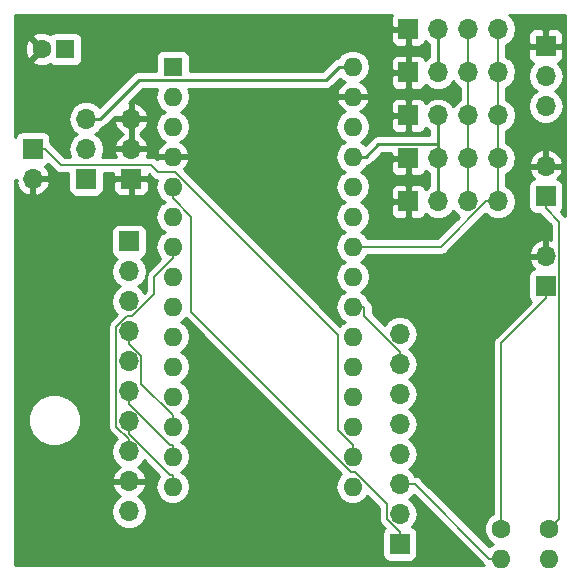
<source format=gbr>
%TF.GenerationSoftware,KiCad,Pcbnew,(5.0.1-3-g963ef8bb5)*%
%TF.CreationDate,2019-05-01T13:09:07-04:00*%
%TF.ProjectId,VHSBase,564853426173652E6B696361645F7063,rev?*%
%TF.SameCoordinates,Original*%
%TF.FileFunction,Copper,L1,Top,Signal*%
%TF.FilePolarity,Positive*%
%FSLAX46Y46*%
G04 Gerber Fmt 4.6, Leading zero omitted, Abs format (unit mm)*
G04 Created by KiCad (PCBNEW (5.0.1-3-g963ef8bb5)) date Wednesday, May 01, 2019 at 01:09:07 pm*
%MOMM*%
%LPD*%
G01*
G04 APERTURE LIST*
%ADD10O,1.600000X1.600000*%
%ADD11R,1.600000X1.600000*%
%ADD12O,1.700000X1.700000*%
%ADD13R,1.700000X1.700000*%
%ADD14C,1.600000*%
%ADD15C,0.127000*%
%ADD16C,0.250000*%
%ADD17C,0.254000*%
G04 APERTURE END LIST*
D10*
X116215000Y-99255000D03*
X100975000Y-99255000D03*
X116215000Y-63695000D03*
X100975000Y-96715000D03*
X116215000Y-66235000D03*
X100975000Y-94175000D03*
X116215000Y-68775000D03*
X100975000Y-91635000D03*
X116215000Y-71315000D03*
X100975000Y-89095000D03*
X116215000Y-73855000D03*
X100975000Y-86555000D03*
X116215000Y-76395000D03*
X100975000Y-84015000D03*
X116215000Y-78935000D03*
X100975000Y-81475000D03*
X116215000Y-81475000D03*
X100975000Y-78935000D03*
X116215000Y-84015000D03*
X100975000Y-76395000D03*
X116215000Y-86555000D03*
X100975000Y-73855000D03*
X116215000Y-89095000D03*
X100975000Y-71315000D03*
X116215000Y-91635000D03*
X100975000Y-68775000D03*
X116215000Y-94175000D03*
X100975000Y-66235000D03*
X116215000Y-96715000D03*
D11*
X100975000Y-63695000D03*
D12*
X97282000Y-101346000D03*
X97282000Y-98806000D03*
X97282000Y-96266000D03*
X97282000Y-93726000D03*
X97282000Y-91186000D03*
X97282000Y-88646000D03*
X97282000Y-86106000D03*
X97282000Y-83566000D03*
X97282000Y-81026000D03*
D13*
X97282000Y-78486000D03*
D12*
X93646000Y-68116000D03*
X93646000Y-70656000D03*
D13*
X93646000Y-73196000D03*
D12*
X97456000Y-68116000D03*
X97456000Y-70656000D03*
D13*
X97456000Y-73196000D03*
D12*
X132558000Y-72104000D03*
D13*
X132558000Y-74644000D03*
X132558000Y-82264000D03*
D12*
X132558000Y-79724000D03*
D10*
X132844000Y-105348000D03*
D14*
X132844000Y-102808000D03*
X128780000Y-102808000D03*
D10*
X128780000Y-105348000D03*
D12*
X89136000Y-73178000D03*
D13*
X89136000Y-70638000D03*
D14*
X89886000Y-62198000D03*
D11*
X91886000Y-62198000D03*
D12*
X128541000Y-75105000D03*
X126001000Y-75105000D03*
X123461000Y-75105000D03*
D13*
X120921000Y-75105000D03*
D12*
X128541000Y-71455000D03*
X126001000Y-71455000D03*
X123461000Y-71455000D03*
D13*
X120921000Y-71455000D03*
X120921000Y-67805000D03*
D12*
X123461000Y-67805000D03*
X126001000Y-67805000D03*
X128541000Y-67805000D03*
X120200000Y-86320000D03*
X120200000Y-88860000D03*
X120200000Y-91400000D03*
X120200000Y-93940000D03*
X120200000Y-96480000D03*
X120200000Y-99020000D03*
X120200000Y-101560000D03*
D13*
X120200000Y-104100000D03*
D12*
X128541000Y-64155000D03*
X126001000Y-64155000D03*
X123461000Y-64155000D03*
D13*
X120921000Y-64155000D03*
X120921000Y-60505000D03*
D12*
X123461000Y-60505000D03*
X126001000Y-60505000D03*
X128541000Y-60505000D03*
X132558000Y-67024000D03*
X132558000Y-64484000D03*
D13*
X132558000Y-61944000D03*
D15*
X100975000Y-99255000D02*
X100975000Y-98264200D01*
X97282000Y-93726000D02*
X97282000Y-94766800D01*
X97282000Y-94766800D02*
X100779400Y-98264200D01*
X100779400Y-98264200D02*
X100975000Y-98264200D01*
D16*
X116215000Y-63695000D02*
X115089700Y-63695000D01*
X93646000Y-68116000D02*
X94821300Y-68116000D01*
X94821300Y-68116000D02*
X98117000Y-64820300D01*
X98117000Y-64820300D02*
X113964400Y-64820300D01*
X113964400Y-64820300D02*
X115089700Y-63695000D01*
D15*
X100975000Y-96715000D02*
X100975000Y-95724200D01*
X97282000Y-91186000D02*
X97282000Y-92226800D01*
X97282000Y-92226800D02*
X100779400Y-95724200D01*
X100779400Y-95724200D02*
X100975000Y-95724200D01*
X100975000Y-94175000D02*
X100975000Y-93184200D01*
X97282000Y-86106000D02*
X97282000Y-87146800D01*
X97282000Y-87146800D02*
X98322800Y-88187600D01*
X98322800Y-88187600D02*
X98322800Y-90532000D01*
X98322800Y-90532000D02*
X100975000Y-93184200D01*
D16*
X123461000Y-70261900D02*
X123461000Y-71455000D01*
X123461000Y-67805000D02*
X123461000Y-70261900D01*
X123461000Y-70261900D02*
X118393400Y-70261900D01*
X118393400Y-70261900D02*
X117340300Y-71315000D01*
X116215000Y-71315000D02*
X117340300Y-71315000D01*
X123461000Y-71455000D02*
X123461000Y-75105000D01*
X123461000Y-60505000D02*
X123461000Y-64155000D01*
D15*
X128780000Y-105348000D02*
X127789200Y-105348000D01*
X120200000Y-99020000D02*
X121461200Y-99020000D01*
X121461200Y-99020000D02*
X127789200Y-105348000D01*
X128541000Y-75105000D02*
X127500200Y-75105000D01*
X127500200Y-75105000D02*
X123670200Y-78935000D01*
X123670200Y-78935000D02*
X116215000Y-78935000D01*
X128541000Y-71455000D02*
X128541000Y-75105000D01*
X128541000Y-67805000D02*
X128541000Y-71455000D01*
X128541000Y-64155000D02*
X128541000Y-67805000D01*
X128541000Y-60505000D02*
X128541000Y-64155000D01*
X126001000Y-71455000D02*
X126001000Y-75105000D01*
X126001000Y-67805000D02*
X126001000Y-71455000D01*
X126001000Y-64155000D02*
X126001000Y-67805000D01*
X126001000Y-60505000D02*
X126001000Y-64155000D01*
X100975000Y-78935000D02*
X100975000Y-79925800D01*
X97282000Y-96266000D02*
X97282000Y-95225200D01*
X97282000Y-95225200D02*
X96222700Y-94165900D01*
X96222700Y-94165900D02*
X96222700Y-85691600D01*
X96222700Y-85691600D02*
X97078300Y-84836000D01*
X97078300Y-84836000D02*
X97545000Y-84836000D01*
X97545000Y-84836000D02*
X99425900Y-82955100D01*
X99425900Y-82955100D02*
X99425900Y-81474900D01*
X99425900Y-81474900D02*
X100975000Y-79925800D01*
X116215000Y-84015000D02*
X117205800Y-84015000D01*
X120200000Y-88860000D02*
X120200000Y-87819200D01*
X120200000Y-87819200D02*
X117205800Y-84825000D01*
X117205800Y-84825000D02*
X117205800Y-84015000D01*
X100975000Y-73855000D02*
X100975000Y-74845800D01*
X120200000Y-104100000D02*
X120200000Y-103059200D01*
X120200000Y-103059200D02*
X119159200Y-102018400D01*
X119159200Y-102018400D02*
X119159200Y-100750300D01*
X119159200Y-100750300D02*
X116393900Y-97985000D01*
X116393900Y-97985000D02*
X116041600Y-97985000D01*
X116041600Y-97985000D02*
X102524100Y-84467500D01*
X102524100Y-84467500D02*
X102524100Y-76394900D01*
X102524100Y-76394900D02*
X100975000Y-74845800D01*
X132558000Y-74644000D02*
X132558000Y-75684800D01*
X132844000Y-102808000D02*
X133704500Y-101947500D01*
X133704500Y-101947500D02*
X133704500Y-76831300D01*
X133704500Y-76831300D02*
X132558000Y-75684800D01*
X132558000Y-82264000D02*
X132558000Y-83304800D01*
X128780000Y-102808000D02*
X128780000Y-87082800D01*
X128780000Y-87082800D02*
X132558000Y-83304800D01*
X116215000Y-96715000D02*
X116215000Y-95724200D01*
X89136000Y-70638000D02*
X90176800Y-70638000D01*
X90176800Y-70638000D02*
X91554800Y-72016000D01*
X91554800Y-72016000D02*
X99151900Y-72016000D01*
X99151900Y-72016000D02*
X99772500Y-72636600D01*
X99772500Y-72636600D02*
X101157900Y-72636600D01*
X101157900Y-72636600D02*
X114949600Y-86428300D01*
X114949600Y-86428300D02*
X114949600Y-94458800D01*
X114949600Y-94458800D02*
X116215000Y-95724200D01*
D17*
G36*
X91012241Y-72461269D02*
X91051210Y-72519590D01*
X91282259Y-72673972D01*
X91486006Y-72714500D01*
X91486010Y-72714500D01*
X91554799Y-72728183D01*
X91623588Y-72714500D01*
X92148560Y-72714500D01*
X92148560Y-74046000D01*
X92197843Y-74293765D01*
X92338191Y-74503809D01*
X92548235Y-74644157D01*
X92796000Y-74693440D01*
X94496000Y-74693440D01*
X94743765Y-74644157D01*
X94953809Y-74503809D01*
X95094157Y-74293765D01*
X95143440Y-74046000D01*
X95143440Y-73481750D01*
X95971000Y-73481750D01*
X95971000Y-74172310D01*
X96067673Y-74405699D01*
X96246302Y-74584327D01*
X96479691Y-74681000D01*
X97170250Y-74681000D01*
X97329000Y-74522250D01*
X97329000Y-73323000D01*
X97583000Y-73323000D01*
X97583000Y-74522250D01*
X97741750Y-74681000D01*
X98432309Y-74681000D01*
X98665698Y-74584327D01*
X98844327Y-74405699D01*
X98941000Y-74172310D01*
X98941000Y-73481750D01*
X98782250Y-73323000D01*
X97583000Y-73323000D01*
X97329000Y-73323000D01*
X96129750Y-73323000D01*
X95971000Y-73481750D01*
X95143440Y-73481750D01*
X95143440Y-72714500D01*
X95971000Y-72714500D01*
X95971000Y-72910250D01*
X96129750Y-73069000D01*
X97329000Y-73069000D01*
X97329000Y-73049000D01*
X97583000Y-73049000D01*
X97583000Y-73069000D01*
X98782250Y-73069000D01*
X98941000Y-72910250D01*
X98941000Y-72792927D01*
X99229941Y-73081869D01*
X99268910Y-73140190D01*
X99499959Y-73294572D01*
X99618666Y-73318184D01*
X99511887Y-73855000D01*
X99623260Y-74414909D01*
X99940423Y-74889577D01*
X100292758Y-75125000D01*
X99940423Y-75360423D01*
X99623260Y-75835091D01*
X99511887Y-76395000D01*
X99623260Y-76954909D01*
X99940423Y-77429577D01*
X100292758Y-77665000D01*
X99940423Y-77900423D01*
X99623260Y-78375091D01*
X99511887Y-78935000D01*
X99623260Y-79494909D01*
X99940423Y-79969577D01*
X99942205Y-79970768D01*
X98980631Y-80932342D01*
X98922311Y-80971310D01*
X98883342Y-81029631D01*
X98767928Y-81202360D01*
X98713717Y-81474900D01*
X98727401Y-81543694D01*
X98727400Y-82665772D01*
X98570990Y-82822182D01*
X98352625Y-82495375D01*
X98054239Y-82296000D01*
X98352625Y-82096625D01*
X98680839Y-81605418D01*
X98796092Y-81026000D01*
X98680839Y-80446582D01*
X98352625Y-79955375D01*
X98334381Y-79943184D01*
X98379765Y-79934157D01*
X98589809Y-79793809D01*
X98730157Y-79583765D01*
X98779440Y-79336000D01*
X98779440Y-77636000D01*
X98730157Y-77388235D01*
X98589809Y-77178191D01*
X98379765Y-77037843D01*
X98132000Y-76988560D01*
X96432000Y-76988560D01*
X96184235Y-77037843D01*
X95974191Y-77178191D01*
X95833843Y-77388235D01*
X95784560Y-77636000D01*
X95784560Y-79336000D01*
X95833843Y-79583765D01*
X95974191Y-79793809D01*
X96184235Y-79934157D01*
X96229619Y-79943184D01*
X96211375Y-79955375D01*
X95883161Y-80446582D01*
X95767908Y-81026000D01*
X95883161Y-81605418D01*
X96211375Y-82096625D01*
X96509761Y-82296000D01*
X96211375Y-82495375D01*
X95883161Y-82986582D01*
X95767908Y-83566000D01*
X95883161Y-84145418D01*
X96211375Y-84636625D01*
X96258416Y-84668057D01*
X95777431Y-85149042D01*
X95719111Y-85188010D01*
X95680142Y-85246331D01*
X95564728Y-85419060D01*
X95510517Y-85691600D01*
X95524201Y-85760395D01*
X95524200Y-94097110D01*
X95510517Y-94165900D01*
X95524200Y-94234690D01*
X95524200Y-94234693D01*
X95564728Y-94438440D01*
X95719110Y-94669489D01*
X95777431Y-94708458D01*
X96243130Y-95174157D01*
X96211375Y-95195375D01*
X95883161Y-95686582D01*
X95767908Y-96266000D01*
X95883161Y-96845418D01*
X96211375Y-97336625D01*
X96530478Y-97549843D01*
X96400642Y-97610817D01*
X96010355Y-98039076D01*
X95840524Y-98449110D01*
X95961845Y-98679000D01*
X97155000Y-98679000D01*
X97155000Y-98659000D01*
X97409000Y-98659000D01*
X97409000Y-98679000D01*
X98602155Y-98679000D01*
X98723476Y-98449110D01*
X98553645Y-98039076D01*
X98163358Y-97610817D01*
X98033522Y-97549843D01*
X98352625Y-97336625D01*
X98557452Y-97030080D01*
X99863267Y-98335895D01*
X99623260Y-98695091D01*
X99511887Y-99255000D01*
X99623260Y-99814909D01*
X99940423Y-100289577D01*
X100415091Y-100606740D01*
X100833667Y-100690000D01*
X101116333Y-100690000D01*
X101534909Y-100606740D01*
X102009577Y-100289577D01*
X102326740Y-99814909D01*
X102438113Y-99255000D01*
X102326740Y-98695091D01*
X102009577Y-98220423D01*
X101657242Y-97985000D01*
X102009577Y-97749577D01*
X102326740Y-97274909D01*
X102438113Y-96715000D01*
X102326740Y-96155091D01*
X102009577Y-95680423D01*
X101657242Y-95445000D01*
X102009577Y-95209577D01*
X102326740Y-94734909D01*
X102438113Y-94175000D01*
X102326740Y-93615091D01*
X102009577Y-93140423D01*
X101657242Y-92905000D01*
X102009577Y-92669577D01*
X102326740Y-92194909D01*
X102438113Y-91635000D01*
X102326740Y-91075091D01*
X102009577Y-90600423D01*
X101657242Y-90365000D01*
X102009577Y-90129577D01*
X102326740Y-89654909D01*
X102438113Y-89095000D01*
X102326740Y-88535091D01*
X102009577Y-88060423D01*
X101657242Y-87825000D01*
X102009577Y-87589577D01*
X102326740Y-87114909D01*
X102438113Y-86555000D01*
X102326740Y-85995091D01*
X102009577Y-85520423D01*
X101657242Y-85285000D01*
X102009577Y-85049577D01*
X102049208Y-84990265D01*
X102078831Y-85010058D01*
X115245627Y-98176855D01*
X115180423Y-98220423D01*
X114863260Y-98695091D01*
X114751887Y-99255000D01*
X114863260Y-99814909D01*
X115180423Y-100289577D01*
X115655091Y-100606740D01*
X116073667Y-100690000D01*
X116356333Y-100690000D01*
X116774909Y-100606740D01*
X117249577Y-100289577D01*
X117434257Y-100013184D01*
X118460701Y-101039629D01*
X118460700Y-101949610D01*
X118447017Y-102018400D01*
X118460700Y-102087190D01*
X118460700Y-102087193D01*
X118501228Y-102290940D01*
X118655610Y-102521989D01*
X118713931Y-102560958D01*
X118923946Y-102770973D01*
X118892191Y-102792191D01*
X118751843Y-103002235D01*
X118702560Y-103250000D01*
X118702560Y-104950000D01*
X118751843Y-105197765D01*
X118892191Y-105407809D01*
X119102235Y-105548157D01*
X119350000Y-105597440D01*
X121050000Y-105597440D01*
X121297765Y-105548157D01*
X121507809Y-105407809D01*
X121648157Y-105197765D01*
X121697440Y-104950000D01*
X121697440Y-103250000D01*
X121648157Y-103002235D01*
X121507809Y-102792191D01*
X121297765Y-102651843D01*
X121252381Y-102642816D01*
X121270625Y-102630625D01*
X121598839Y-102139418D01*
X121714092Y-101560000D01*
X121598839Y-100980582D01*
X121270625Y-100489375D01*
X120972239Y-100290000D01*
X121270625Y-100090625D01*
X121380123Y-99926750D01*
X127246641Y-105793269D01*
X127285610Y-105851590D01*
X127343095Y-105890000D01*
X87660000Y-105890000D01*
X87660000Y-101346000D01*
X95767908Y-101346000D01*
X95883161Y-101925418D01*
X96211375Y-102416625D01*
X96702582Y-102744839D01*
X97135744Y-102831000D01*
X97428256Y-102831000D01*
X97861418Y-102744839D01*
X98352625Y-102416625D01*
X98680839Y-101925418D01*
X98796092Y-101346000D01*
X98680839Y-100766582D01*
X98352625Y-100275375D01*
X98033522Y-100062157D01*
X98163358Y-100001183D01*
X98553645Y-99572924D01*
X98723476Y-99162890D01*
X98602155Y-98933000D01*
X97409000Y-98933000D01*
X97409000Y-98953000D01*
X97155000Y-98953000D01*
X97155000Y-98933000D01*
X95961845Y-98933000D01*
X95840524Y-99162890D01*
X96010355Y-99572924D01*
X96400642Y-100001183D01*
X96530478Y-100062157D01*
X96211375Y-100275375D01*
X95883161Y-100766582D01*
X95767908Y-101346000D01*
X87660000Y-101346000D01*
X87660000Y-93155431D01*
X88715000Y-93155431D01*
X88715000Y-94044569D01*
X89055259Y-94866026D01*
X89683974Y-95494741D01*
X90505431Y-95835000D01*
X91394569Y-95835000D01*
X92216026Y-95494741D01*
X92844741Y-94866026D01*
X93185000Y-94044569D01*
X93185000Y-93155431D01*
X92844741Y-92333974D01*
X92216026Y-91705259D01*
X91394569Y-91365000D01*
X90505431Y-91365000D01*
X89683974Y-91705259D01*
X89055259Y-92333974D01*
X88715000Y-93155431D01*
X87660000Y-93155431D01*
X87660000Y-73305002D01*
X87815844Y-73305002D01*
X87694524Y-73534890D01*
X87864355Y-73944924D01*
X88254642Y-74373183D01*
X88779108Y-74619486D01*
X89009000Y-74498819D01*
X89009000Y-73305000D01*
X89263000Y-73305000D01*
X89263000Y-74498819D01*
X89492892Y-74619486D01*
X90017358Y-74373183D01*
X90407645Y-73944924D01*
X90577476Y-73534890D01*
X90456155Y-73305000D01*
X89263000Y-73305000D01*
X89009000Y-73305000D01*
X88989000Y-73305000D01*
X88989000Y-73051000D01*
X89009000Y-73051000D01*
X89009000Y-73031000D01*
X89263000Y-73031000D01*
X89263000Y-73051000D01*
X90456155Y-73051000D01*
X90577476Y-72821110D01*
X90407645Y-72411076D01*
X90130292Y-72106739D01*
X90233765Y-72086157D01*
X90443809Y-71945809D01*
X90465027Y-71914054D01*
X91012241Y-72461269D01*
X91012241Y-72461269D01*
G37*
X91012241Y-72461269D02*
X91051210Y-72519590D01*
X91282259Y-72673972D01*
X91486006Y-72714500D01*
X91486010Y-72714500D01*
X91554799Y-72728183D01*
X91623588Y-72714500D01*
X92148560Y-72714500D01*
X92148560Y-74046000D01*
X92197843Y-74293765D01*
X92338191Y-74503809D01*
X92548235Y-74644157D01*
X92796000Y-74693440D01*
X94496000Y-74693440D01*
X94743765Y-74644157D01*
X94953809Y-74503809D01*
X95094157Y-74293765D01*
X95143440Y-74046000D01*
X95143440Y-73481750D01*
X95971000Y-73481750D01*
X95971000Y-74172310D01*
X96067673Y-74405699D01*
X96246302Y-74584327D01*
X96479691Y-74681000D01*
X97170250Y-74681000D01*
X97329000Y-74522250D01*
X97329000Y-73323000D01*
X97583000Y-73323000D01*
X97583000Y-74522250D01*
X97741750Y-74681000D01*
X98432309Y-74681000D01*
X98665698Y-74584327D01*
X98844327Y-74405699D01*
X98941000Y-74172310D01*
X98941000Y-73481750D01*
X98782250Y-73323000D01*
X97583000Y-73323000D01*
X97329000Y-73323000D01*
X96129750Y-73323000D01*
X95971000Y-73481750D01*
X95143440Y-73481750D01*
X95143440Y-72714500D01*
X95971000Y-72714500D01*
X95971000Y-72910250D01*
X96129750Y-73069000D01*
X97329000Y-73069000D01*
X97329000Y-73049000D01*
X97583000Y-73049000D01*
X97583000Y-73069000D01*
X98782250Y-73069000D01*
X98941000Y-72910250D01*
X98941000Y-72792927D01*
X99229941Y-73081869D01*
X99268910Y-73140190D01*
X99499959Y-73294572D01*
X99618666Y-73318184D01*
X99511887Y-73855000D01*
X99623260Y-74414909D01*
X99940423Y-74889577D01*
X100292758Y-75125000D01*
X99940423Y-75360423D01*
X99623260Y-75835091D01*
X99511887Y-76395000D01*
X99623260Y-76954909D01*
X99940423Y-77429577D01*
X100292758Y-77665000D01*
X99940423Y-77900423D01*
X99623260Y-78375091D01*
X99511887Y-78935000D01*
X99623260Y-79494909D01*
X99940423Y-79969577D01*
X99942205Y-79970768D01*
X98980631Y-80932342D01*
X98922311Y-80971310D01*
X98883342Y-81029631D01*
X98767928Y-81202360D01*
X98713717Y-81474900D01*
X98727401Y-81543694D01*
X98727400Y-82665772D01*
X98570990Y-82822182D01*
X98352625Y-82495375D01*
X98054239Y-82296000D01*
X98352625Y-82096625D01*
X98680839Y-81605418D01*
X98796092Y-81026000D01*
X98680839Y-80446582D01*
X98352625Y-79955375D01*
X98334381Y-79943184D01*
X98379765Y-79934157D01*
X98589809Y-79793809D01*
X98730157Y-79583765D01*
X98779440Y-79336000D01*
X98779440Y-77636000D01*
X98730157Y-77388235D01*
X98589809Y-77178191D01*
X98379765Y-77037843D01*
X98132000Y-76988560D01*
X96432000Y-76988560D01*
X96184235Y-77037843D01*
X95974191Y-77178191D01*
X95833843Y-77388235D01*
X95784560Y-77636000D01*
X95784560Y-79336000D01*
X95833843Y-79583765D01*
X95974191Y-79793809D01*
X96184235Y-79934157D01*
X96229619Y-79943184D01*
X96211375Y-79955375D01*
X95883161Y-80446582D01*
X95767908Y-81026000D01*
X95883161Y-81605418D01*
X96211375Y-82096625D01*
X96509761Y-82296000D01*
X96211375Y-82495375D01*
X95883161Y-82986582D01*
X95767908Y-83566000D01*
X95883161Y-84145418D01*
X96211375Y-84636625D01*
X96258416Y-84668057D01*
X95777431Y-85149042D01*
X95719111Y-85188010D01*
X95680142Y-85246331D01*
X95564728Y-85419060D01*
X95510517Y-85691600D01*
X95524201Y-85760395D01*
X95524200Y-94097110D01*
X95510517Y-94165900D01*
X95524200Y-94234690D01*
X95524200Y-94234693D01*
X95564728Y-94438440D01*
X95719110Y-94669489D01*
X95777431Y-94708458D01*
X96243130Y-95174157D01*
X96211375Y-95195375D01*
X95883161Y-95686582D01*
X95767908Y-96266000D01*
X95883161Y-96845418D01*
X96211375Y-97336625D01*
X96530478Y-97549843D01*
X96400642Y-97610817D01*
X96010355Y-98039076D01*
X95840524Y-98449110D01*
X95961845Y-98679000D01*
X97155000Y-98679000D01*
X97155000Y-98659000D01*
X97409000Y-98659000D01*
X97409000Y-98679000D01*
X98602155Y-98679000D01*
X98723476Y-98449110D01*
X98553645Y-98039076D01*
X98163358Y-97610817D01*
X98033522Y-97549843D01*
X98352625Y-97336625D01*
X98557452Y-97030080D01*
X99863267Y-98335895D01*
X99623260Y-98695091D01*
X99511887Y-99255000D01*
X99623260Y-99814909D01*
X99940423Y-100289577D01*
X100415091Y-100606740D01*
X100833667Y-100690000D01*
X101116333Y-100690000D01*
X101534909Y-100606740D01*
X102009577Y-100289577D01*
X102326740Y-99814909D01*
X102438113Y-99255000D01*
X102326740Y-98695091D01*
X102009577Y-98220423D01*
X101657242Y-97985000D01*
X102009577Y-97749577D01*
X102326740Y-97274909D01*
X102438113Y-96715000D01*
X102326740Y-96155091D01*
X102009577Y-95680423D01*
X101657242Y-95445000D01*
X102009577Y-95209577D01*
X102326740Y-94734909D01*
X102438113Y-94175000D01*
X102326740Y-93615091D01*
X102009577Y-93140423D01*
X101657242Y-92905000D01*
X102009577Y-92669577D01*
X102326740Y-92194909D01*
X102438113Y-91635000D01*
X102326740Y-91075091D01*
X102009577Y-90600423D01*
X101657242Y-90365000D01*
X102009577Y-90129577D01*
X102326740Y-89654909D01*
X102438113Y-89095000D01*
X102326740Y-88535091D01*
X102009577Y-88060423D01*
X101657242Y-87825000D01*
X102009577Y-87589577D01*
X102326740Y-87114909D01*
X102438113Y-86555000D01*
X102326740Y-85995091D01*
X102009577Y-85520423D01*
X101657242Y-85285000D01*
X102009577Y-85049577D01*
X102049208Y-84990265D01*
X102078831Y-85010058D01*
X115245627Y-98176855D01*
X115180423Y-98220423D01*
X114863260Y-98695091D01*
X114751887Y-99255000D01*
X114863260Y-99814909D01*
X115180423Y-100289577D01*
X115655091Y-100606740D01*
X116073667Y-100690000D01*
X116356333Y-100690000D01*
X116774909Y-100606740D01*
X117249577Y-100289577D01*
X117434257Y-100013184D01*
X118460701Y-101039629D01*
X118460700Y-101949610D01*
X118447017Y-102018400D01*
X118460700Y-102087190D01*
X118460700Y-102087193D01*
X118501228Y-102290940D01*
X118655610Y-102521989D01*
X118713931Y-102560958D01*
X118923946Y-102770973D01*
X118892191Y-102792191D01*
X118751843Y-103002235D01*
X118702560Y-103250000D01*
X118702560Y-104950000D01*
X118751843Y-105197765D01*
X118892191Y-105407809D01*
X119102235Y-105548157D01*
X119350000Y-105597440D01*
X121050000Y-105597440D01*
X121297765Y-105548157D01*
X121507809Y-105407809D01*
X121648157Y-105197765D01*
X121697440Y-104950000D01*
X121697440Y-103250000D01*
X121648157Y-103002235D01*
X121507809Y-102792191D01*
X121297765Y-102651843D01*
X121252381Y-102642816D01*
X121270625Y-102630625D01*
X121598839Y-102139418D01*
X121714092Y-101560000D01*
X121598839Y-100980582D01*
X121270625Y-100489375D01*
X120972239Y-100290000D01*
X121270625Y-100090625D01*
X121380123Y-99926750D01*
X127246641Y-105793269D01*
X127285610Y-105851590D01*
X127343095Y-105890000D01*
X87660000Y-105890000D01*
X87660000Y-101346000D01*
X95767908Y-101346000D01*
X95883161Y-101925418D01*
X96211375Y-102416625D01*
X96702582Y-102744839D01*
X97135744Y-102831000D01*
X97428256Y-102831000D01*
X97861418Y-102744839D01*
X98352625Y-102416625D01*
X98680839Y-101925418D01*
X98796092Y-101346000D01*
X98680839Y-100766582D01*
X98352625Y-100275375D01*
X98033522Y-100062157D01*
X98163358Y-100001183D01*
X98553645Y-99572924D01*
X98723476Y-99162890D01*
X98602155Y-98933000D01*
X97409000Y-98933000D01*
X97409000Y-98953000D01*
X97155000Y-98953000D01*
X97155000Y-98933000D01*
X95961845Y-98933000D01*
X95840524Y-99162890D01*
X96010355Y-99572924D01*
X96400642Y-100001183D01*
X96530478Y-100062157D01*
X96211375Y-100275375D01*
X95883161Y-100766582D01*
X95767908Y-101346000D01*
X87660000Y-101346000D01*
X87660000Y-93155431D01*
X88715000Y-93155431D01*
X88715000Y-94044569D01*
X89055259Y-94866026D01*
X89683974Y-95494741D01*
X90505431Y-95835000D01*
X91394569Y-95835000D01*
X92216026Y-95494741D01*
X92844741Y-94866026D01*
X93185000Y-94044569D01*
X93185000Y-93155431D01*
X92844741Y-92333974D01*
X92216026Y-91705259D01*
X91394569Y-91365000D01*
X90505431Y-91365000D01*
X89683974Y-91705259D01*
X89055259Y-92333974D01*
X88715000Y-93155431D01*
X87660000Y-93155431D01*
X87660000Y-73305002D01*
X87815844Y-73305002D01*
X87694524Y-73534890D01*
X87864355Y-73944924D01*
X88254642Y-74373183D01*
X88779108Y-74619486D01*
X89009000Y-74498819D01*
X89009000Y-73305000D01*
X89263000Y-73305000D01*
X89263000Y-74498819D01*
X89492892Y-74619486D01*
X90017358Y-74373183D01*
X90407645Y-73944924D01*
X90577476Y-73534890D01*
X90456155Y-73305000D01*
X89263000Y-73305000D01*
X89009000Y-73305000D01*
X88989000Y-73305000D01*
X88989000Y-73051000D01*
X89009000Y-73051000D01*
X89009000Y-73031000D01*
X89263000Y-73031000D01*
X89263000Y-73051000D01*
X90456155Y-73051000D01*
X90577476Y-72821110D01*
X90407645Y-72411076D01*
X90130292Y-72106739D01*
X90233765Y-72086157D01*
X90443809Y-71945809D01*
X90465027Y-71914054D01*
X91012241Y-72461269D01*
G36*
X134240000Y-76375467D02*
X134208090Y-76327710D01*
X134149769Y-76288741D01*
X133834055Y-75973027D01*
X133865809Y-75951809D01*
X134006157Y-75741765D01*
X134055440Y-75494000D01*
X134055440Y-73794000D01*
X134006157Y-73546235D01*
X133865809Y-73336191D01*
X133655765Y-73195843D01*
X133552292Y-73175261D01*
X133829645Y-72870924D01*
X133999476Y-72460890D01*
X133878155Y-72231000D01*
X132685000Y-72231000D01*
X132685000Y-72251000D01*
X132431000Y-72251000D01*
X132431000Y-72231000D01*
X131237845Y-72231000D01*
X131116524Y-72460890D01*
X131286355Y-72870924D01*
X131563708Y-73175261D01*
X131460235Y-73195843D01*
X131250191Y-73336191D01*
X131109843Y-73546235D01*
X131060560Y-73794000D01*
X131060560Y-75494000D01*
X131109843Y-75741765D01*
X131250191Y-75951809D01*
X131460235Y-76092157D01*
X131708000Y-76141440D01*
X132023040Y-76141440D01*
X132054411Y-76188390D01*
X132112731Y-76227358D01*
X133006001Y-77120629D01*
X133006001Y-78325301D01*
X132914892Y-78282514D01*
X132685000Y-78403181D01*
X132685000Y-79597000D01*
X132705000Y-79597000D01*
X132705000Y-79851000D01*
X132685000Y-79851000D01*
X132685000Y-79871000D01*
X132431000Y-79871000D01*
X132431000Y-79851000D01*
X131237845Y-79851000D01*
X131116524Y-80080890D01*
X131286355Y-80490924D01*
X131563708Y-80795261D01*
X131460235Y-80815843D01*
X131250191Y-80956191D01*
X131109843Y-81166235D01*
X131060560Y-81414000D01*
X131060560Y-83114000D01*
X131109843Y-83361765D01*
X131250191Y-83571809D01*
X131281945Y-83593027D01*
X128334731Y-86540242D01*
X128276411Y-86579210D01*
X128237442Y-86637531D01*
X128122028Y-86810260D01*
X128067817Y-87082800D01*
X128081501Y-87151595D01*
X128081500Y-101544096D01*
X127967138Y-101591466D01*
X127563466Y-101995138D01*
X127345000Y-102522561D01*
X127345000Y-103093439D01*
X127563466Y-103620862D01*
X127967138Y-104024534D01*
X128097168Y-104078394D01*
X127745423Y-104313423D01*
X127744233Y-104315205D01*
X122003761Y-98574734D01*
X121964790Y-98516410D01*
X121733741Y-98362028D01*
X121529994Y-98321500D01*
X121529990Y-98321500D01*
X121517628Y-98319041D01*
X121270625Y-97949375D01*
X120972239Y-97750000D01*
X121270625Y-97550625D01*
X121598839Y-97059418D01*
X121714092Y-96480000D01*
X121598839Y-95900582D01*
X121270625Y-95409375D01*
X120972239Y-95210000D01*
X121270625Y-95010625D01*
X121598839Y-94519418D01*
X121714092Y-93940000D01*
X121598839Y-93360582D01*
X121270625Y-92869375D01*
X120972239Y-92670000D01*
X121270625Y-92470625D01*
X121598839Y-91979418D01*
X121714092Y-91400000D01*
X121598839Y-90820582D01*
X121270625Y-90329375D01*
X120972239Y-90130000D01*
X121270625Y-89930625D01*
X121598839Y-89439418D01*
X121714092Y-88860000D01*
X121598839Y-88280582D01*
X121270625Y-87789375D01*
X120972239Y-87590000D01*
X121270625Y-87390625D01*
X121598839Y-86899418D01*
X121714092Y-86320000D01*
X121598839Y-85740582D01*
X121270625Y-85249375D01*
X120779418Y-84921161D01*
X120346256Y-84835000D01*
X120053744Y-84835000D01*
X119620582Y-84921161D01*
X119129375Y-85249375D01*
X118924548Y-85555920D01*
X117904300Y-84535673D01*
X117904300Y-84083794D01*
X117917984Y-84015000D01*
X117863772Y-83742459D01*
X117709390Y-83511410D01*
X117519667Y-83384641D01*
X117249577Y-82980423D01*
X116897242Y-82745000D01*
X117249577Y-82509577D01*
X117566740Y-82034909D01*
X117678113Y-81475000D01*
X117566740Y-80915091D01*
X117249577Y-80440423D01*
X116897242Y-80205000D01*
X117249577Y-79969577D01*
X117474136Y-79633500D01*
X123601410Y-79633500D01*
X123670200Y-79647183D01*
X123738990Y-79633500D01*
X123738994Y-79633500D01*
X123942741Y-79592972D01*
X124173790Y-79438590D01*
X124212760Y-79380267D01*
X124225917Y-79367110D01*
X131116524Y-79367110D01*
X131237845Y-79597000D01*
X132431000Y-79597000D01*
X132431000Y-78403181D01*
X132201108Y-78282514D01*
X131676642Y-78528817D01*
X131286355Y-78957076D01*
X131116524Y-79367110D01*
X124225917Y-79367110D01*
X127449157Y-76143871D01*
X127470375Y-76175625D01*
X127961582Y-76503839D01*
X128394744Y-76590000D01*
X128687256Y-76590000D01*
X129120418Y-76503839D01*
X129611625Y-76175625D01*
X129939839Y-75684418D01*
X130055092Y-75105000D01*
X129939839Y-74525582D01*
X129611625Y-74034375D01*
X129239500Y-73785729D01*
X129239500Y-72774271D01*
X129611625Y-72525625D01*
X129939839Y-72034418D01*
X129996987Y-71747110D01*
X131116524Y-71747110D01*
X131237845Y-71977000D01*
X132431000Y-71977000D01*
X132431000Y-70783181D01*
X132685000Y-70783181D01*
X132685000Y-71977000D01*
X133878155Y-71977000D01*
X133999476Y-71747110D01*
X133829645Y-71337076D01*
X133439358Y-70908817D01*
X132914892Y-70662514D01*
X132685000Y-70783181D01*
X132431000Y-70783181D01*
X132201108Y-70662514D01*
X131676642Y-70908817D01*
X131286355Y-71337076D01*
X131116524Y-71747110D01*
X129996987Y-71747110D01*
X130055092Y-71455000D01*
X129939839Y-70875582D01*
X129611625Y-70384375D01*
X129239500Y-70135729D01*
X129239500Y-69124271D01*
X129611625Y-68875625D01*
X129939839Y-68384418D01*
X130055092Y-67805000D01*
X129939839Y-67225582D01*
X129611625Y-66734375D01*
X129239500Y-66485729D01*
X129239500Y-65474271D01*
X129611625Y-65225625D01*
X129939839Y-64734418D01*
X129989650Y-64484000D01*
X131043908Y-64484000D01*
X131159161Y-65063418D01*
X131487375Y-65554625D01*
X131785761Y-65754000D01*
X131487375Y-65953375D01*
X131159161Y-66444582D01*
X131043908Y-67024000D01*
X131159161Y-67603418D01*
X131487375Y-68094625D01*
X131978582Y-68422839D01*
X132411744Y-68509000D01*
X132704256Y-68509000D01*
X133137418Y-68422839D01*
X133628625Y-68094625D01*
X133956839Y-67603418D01*
X134072092Y-67024000D01*
X133956839Y-66444582D01*
X133628625Y-65953375D01*
X133330239Y-65754000D01*
X133628625Y-65554625D01*
X133956839Y-65063418D01*
X134072092Y-64484000D01*
X133956839Y-63904582D01*
X133628625Y-63413375D01*
X133606967Y-63398904D01*
X133767698Y-63332327D01*
X133946327Y-63153699D01*
X134043000Y-62920310D01*
X134043000Y-62229750D01*
X133884250Y-62071000D01*
X132685000Y-62071000D01*
X132685000Y-62091000D01*
X132431000Y-62091000D01*
X132431000Y-62071000D01*
X131231750Y-62071000D01*
X131073000Y-62229750D01*
X131073000Y-62920310D01*
X131169673Y-63153699D01*
X131348302Y-63332327D01*
X131509033Y-63398904D01*
X131487375Y-63413375D01*
X131159161Y-63904582D01*
X131043908Y-64484000D01*
X129989650Y-64484000D01*
X130055092Y-64155000D01*
X129939839Y-63575582D01*
X129611625Y-63084375D01*
X129239500Y-62835729D01*
X129239500Y-61824271D01*
X129611625Y-61575625D01*
X129939839Y-61084418D01*
X129963057Y-60967690D01*
X131073000Y-60967690D01*
X131073000Y-61658250D01*
X131231750Y-61817000D01*
X132431000Y-61817000D01*
X132431000Y-60617750D01*
X132685000Y-60617750D01*
X132685000Y-61817000D01*
X133884250Y-61817000D01*
X134043000Y-61658250D01*
X134043000Y-60967690D01*
X133946327Y-60734301D01*
X133767698Y-60555673D01*
X133534309Y-60459000D01*
X132843750Y-60459000D01*
X132685000Y-60617750D01*
X132431000Y-60617750D01*
X132272250Y-60459000D01*
X131581691Y-60459000D01*
X131348302Y-60555673D01*
X131169673Y-60734301D01*
X131073000Y-60967690D01*
X129963057Y-60967690D01*
X130055092Y-60505000D01*
X129939839Y-59925582D01*
X129611625Y-59434375D01*
X129425485Y-59310000D01*
X134240000Y-59310000D01*
X134240000Y-76375467D01*
X134240000Y-76375467D01*
G37*
X134240000Y-76375467D02*
X134208090Y-76327710D01*
X134149769Y-76288741D01*
X133834055Y-75973027D01*
X133865809Y-75951809D01*
X134006157Y-75741765D01*
X134055440Y-75494000D01*
X134055440Y-73794000D01*
X134006157Y-73546235D01*
X133865809Y-73336191D01*
X133655765Y-73195843D01*
X133552292Y-73175261D01*
X133829645Y-72870924D01*
X133999476Y-72460890D01*
X133878155Y-72231000D01*
X132685000Y-72231000D01*
X132685000Y-72251000D01*
X132431000Y-72251000D01*
X132431000Y-72231000D01*
X131237845Y-72231000D01*
X131116524Y-72460890D01*
X131286355Y-72870924D01*
X131563708Y-73175261D01*
X131460235Y-73195843D01*
X131250191Y-73336191D01*
X131109843Y-73546235D01*
X131060560Y-73794000D01*
X131060560Y-75494000D01*
X131109843Y-75741765D01*
X131250191Y-75951809D01*
X131460235Y-76092157D01*
X131708000Y-76141440D01*
X132023040Y-76141440D01*
X132054411Y-76188390D01*
X132112731Y-76227358D01*
X133006001Y-77120629D01*
X133006001Y-78325301D01*
X132914892Y-78282514D01*
X132685000Y-78403181D01*
X132685000Y-79597000D01*
X132705000Y-79597000D01*
X132705000Y-79851000D01*
X132685000Y-79851000D01*
X132685000Y-79871000D01*
X132431000Y-79871000D01*
X132431000Y-79851000D01*
X131237845Y-79851000D01*
X131116524Y-80080890D01*
X131286355Y-80490924D01*
X131563708Y-80795261D01*
X131460235Y-80815843D01*
X131250191Y-80956191D01*
X131109843Y-81166235D01*
X131060560Y-81414000D01*
X131060560Y-83114000D01*
X131109843Y-83361765D01*
X131250191Y-83571809D01*
X131281945Y-83593027D01*
X128334731Y-86540242D01*
X128276411Y-86579210D01*
X128237442Y-86637531D01*
X128122028Y-86810260D01*
X128067817Y-87082800D01*
X128081501Y-87151595D01*
X128081500Y-101544096D01*
X127967138Y-101591466D01*
X127563466Y-101995138D01*
X127345000Y-102522561D01*
X127345000Y-103093439D01*
X127563466Y-103620862D01*
X127967138Y-104024534D01*
X128097168Y-104078394D01*
X127745423Y-104313423D01*
X127744233Y-104315205D01*
X122003761Y-98574734D01*
X121964790Y-98516410D01*
X121733741Y-98362028D01*
X121529994Y-98321500D01*
X121529990Y-98321500D01*
X121517628Y-98319041D01*
X121270625Y-97949375D01*
X120972239Y-97750000D01*
X121270625Y-97550625D01*
X121598839Y-97059418D01*
X121714092Y-96480000D01*
X121598839Y-95900582D01*
X121270625Y-95409375D01*
X120972239Y-95210000D01*
X121270625Y-95010625D01*
X121598839Y-94519418D01*
X121714092Y-93940000D01*
X121598839Y-93360582D01*
X121270625Y-92869375D01*
X120972239Y-92670000D01*
X121270625Y-92470625D01*
X121598839Y-91979418D01*
X121714092Y-91400000D01*
X121598839Y-90820582D01*
X121270625Y-90329375D01*
X120972239Y-90130000D01*
X121270625Y-89930625D01*
X121598839Y-89439418D01*
X121714092Y-88860000D01*
X121598839Y-88280582D01*
X121270625Y-87789375D01*
X120972239Y-87590000D01*
X121270625Y-87390625D01*
X121598839Y-86899418D01*
X121714092Y-86320000D01*
X121598839Y-85740582D01*
X121270625Y-85249375D01*
X120779418Y-84921161D01*
X120346256Y-84835000D01*
X120053744Y-84835000D01*
X119620582Y-84921161D01*
X119129375Y-85249375D01*
X118924548Y-85555920D01*
X117904300Y-84535673D01*
X117904300Y-84083794D01*
X117917984Y-84015000D01*
X117863772Y-83742459D01*
X117709390Y-83511410D01*
X117519667Y-83384641D01*
X117249577Y-82980423D01*
X116897242Y-82745000D01*
X117249577Y-82509577D01*
X117566740Y-82034909D01*
X117678113Y-81475000D01*
X117566740Y-80915091D01*
X117249577Y-80440423D01*
X116897242Y-80205000D01*
X117249577Y-79969577D01*
X117474136Y-79633500D01*
X123601410Y-79633500D01*
X123670200Y-79647183D01*
X123738990Y-79633500D01*
X123738994Y-79633500D01*
X123942741Y-79592972D01*
X124173790Y-79438590D01*
X124212760Y-79380267D01*
X124225917Y-79367110D01*
X131116524Y-79367110D01*
X131237845Y-79597000D01*
X132431000Y-79597000D01*
X132431000Y-78403181D01*
X132201108Y-78282514D01*
X131676642Y-78528817D01*
X131286355Y-78957076D01*
X131116524Y-79367110D01*
X124225917Y-79367110D01*
X127449157Y-76143871D01*
X127470375Y-76175625D01*
X127961582Y-76503839D01*
X128394744Y-76590000D01*
X128687256Y-76590000D01*
X129120418Y-76503839D01*
X129611625Y-76175625D01*
X129939839Y-75684418D01*
X130055092Y-75105000D01*
X129939839Y-74525582D01*
X129611625Y-74034375D01*
X129239500Y-73785729D01*
X129239500Y-72774271D01*
X129611625Y-72525625D01*
X129939839Y-72034418D01*
X129996987Y-71747110D01*
X131116524Y-71747110D01*
X131237845Y-71977000D01*
X132431000Y-71977000D01*
X132431000Y-70783181D01*
X132685000Y-70783181D01*
X132685000Y-71977000D01*
X133878155Y-71977000D01*
X133999476Y-71747110D01*
X133829645Y-71337076D01*
X133439358Y-70908817D01*
X132914892Y-70662514D01*
X132685000Y-70783181D01*
X132431000Y-70783181D01*
X132201108Y-70662514D01*
X131676642Y-70908817D01*
X131286355Y-71337076D01*
X131116524Y-71747110D01*
X129996987Y-71747110D01*
X130055092Y-71455000D01*
X129939839Y-70875582D01*
X129611625Y-70384375D01*
X129239500Y-70135729D01*
X129239500Y-69124271D01*
X129611625Y-68875625D01*
X129939839Y-68384418D01*
X130055092Y-67805000D01*
X129939839Y-67225582D01*
X129611625Y-66734375D01*
X129239500Y-66485729D01*
X129239500Y-65474271D01*
X129611625Y-65225625D01*
X129939839Y-64734418D01*
X129989650Y-64484000D01*
X131043908Y-64484000D01*
X131159161Y-65063418D01*
X131487375Y-65554625D01*
X131785761Y-65754000D01*
X131487375Y-65953375D01*
X131159161Y-66444582D01*
X131043908Y-67024000D01*
X131159161Y-67603418D01*
X131487375Y-68094625D01*
X131978582Y-68422839D01*
X132411744Y-68509000D01*
X132704256Y-68509000D01*
X133137418Y-68422839D01*
X133628625Y-68094625D01*
X133956839Y-67603418D01*
X134072092Y-67024000D01*
X133956839Y-66444582D01*
X133628625Y-65953375D01*
X133330239Y-65754000D01*
X133628625Y-65554625D01*
X133956839Y-65063418D01*
X134072092Y-64484000D01*
X133956839Y-63904582D01*
X133628625Y-63413375D01*
X133606967Y-63398904D01*
X133767698Y-63332327D01*
X133946327Y-63153699D01*
X134043000Y-62920310D01*
X134043000Y-62229750D01*
X133884250Y-62071000D01*
X132685000Y-62071000D01*
X132685000Y-62091000D01*
X132431000Y-62091000D01*
X132431000Y-62071000D01*
X131231750Y-62071000D01*
X131073000Y-62229750D01*
X131073000Y-62920310D01*
X131169673Y-63153699D01*
X131348302Y-63332327D01*
X131509033Y-63398904D01*
X131487375Y-63413375D01*
X131159161Y-63904582D01*
X131043908Y-64484000D01*
X129989650Y-64484000D01*
X130055092Y-64155000D01*
X129939839Y-63575582D01*
X129611625Y-63084375D01*
X129239500Y-62835729D01*
X129239500Y-61824271D01*
X129611625Y-61575625D01*
X129939839Y-61084418D01*
X129963057Y-60967690D01*
X131073000Y-60967690D01*
X131073000Y-61658250D01*
X131231750Y-61817000D01*
X132431000Y-61817000D01*
X132431000Y-60617750D01*
X132685000Y-60617750D01*
X132685000Y-61817000D01*
X133884250Y-61817000D01*
X134043000Y-61658250D01*
X134043000Y-60967690D01*
X133946327Y-60734301D01*
X133767698Y-60555673D01*
X133534309Y-60459000D01*
X132843750Y-60459000D01*
X132685000Y-60617750D01*
X132431000Y-60617750D01*
X132272250Y-60459000D01*
X131581691Y-60459000D01*
X131348302Y-60555673D01*
X131169673Y-60734301D01*
X131073000Y-60967690D01*
X129963057Y-60967690D01*
X130055092Y-60505000D01*
X129939839Y-59925582D01*
X129611625Y-59434375D01*
X129425485Y-59310000D01*
X134240000Y-59310000D01*
X134240000Y-76375467D01*
G36*
X119436000Y-59528691D02*
X119436000Y-60219250D01*
X119594750Y-60378000D01*
X120794000Y-60378000D01*
X120794000Y-60358000D01*
X121048000Y-60358000D01*
X121048000Y-60378000D01*
X121068000Y-60378000D01*
X121068000Y-60632000D01*
X121048000Y-60632000D01*
X121048000Y-61831250D01*
X121206750Y-61990000D01*
X121897310Y-61990000D01*
X122130699Y-61893327D01*
X122309327Y-61714698D01*
X122375904Y-61553967D01*
X122390375Y-61575625D01*
X122701000Y-61783178D01*
X122701001Y-62876822D01*
X122390375Y-63084375D01*
X122375904Y-63106033D01*
X122309327Y-62945302D01*
X122130699Y-62766673D01*
X121897310Y-62670000D01*
X121206750Y-62670000D01*
X121048000Y-62828750D01*
X121048000Y-64028000D01*
X121068000Y-64028000D01*
X121068000Y-64282000D01*
X121048000Y-64282000D01*
X121048000Y-65481250D01*
X121206750Y-65640000D01*
X121897310Y-65640000D01*
X122130699Y-65543327D01*
X122309327Y-65364698D01*
X122375904Y-65203967D01*
X122390375Y-65225625D01*
X122881582Y-65553839D01*
X123314744Y-65640000D01*
X123607256Y-65640000D01*
X124040418Y-65553839D01*
X124531625Y-65225625D01*
X124731000Y-64927239D01*
X124930375Y-65225625D01*
X125302500Y-65474271D01*
X125302501Y-66485729D01*
X124930375Y-66734375D01*
X124731000Y-67032761D01*
X124531625Y-66734375D01*
X124040418Y-66406161D01*
X123607256Y-66320000D01*
X123314744Y-66320000D01*
X122881582Y-66406161D01*
X122390375Y-66734375D01*
X122375904Y-66756033D01*
X122309327Y-66595302D01*
X122130699Y-66416673D01*
X121897310Y-66320000D01*
X121206750Y-66320000D01*
X121048000Y-66478750D01*
X121048000Y-67678000D01*
X121068000Y-67678000D01*
X121068000Y-67932000D01*
X121048000Y-67932000D01*
X121048000Y-69131250D01*
X121206750Y-69290000D01*
X121897310Y-69290000D01*
X122130699Y-69193327D01*
X122309327Y-69014698D01*
X122375904Y-68853967D01*
X122390375Y-68875625D01*
X122701001Y-69083178D01*
X122701001Y-69501900D01*
X118468246Y-69501900D01*
X118393399Y-69487012D01*
X118318552Y-69501900D01*
X118318548Y-69501900D01*
X118096863Y-69545996D01*
X118096861Y-69545997D01*
X118096862Y-69545997D01*
X117908926Y-69671571D01*
X117908924Y-69671573D01*
X117845471Y-69713971D01*
X117803073Y-69777425D01*
X117269804Y-70310694D01*
X117249577Y-70280423D01*
X116897242Y-70045000D01*
X117249577Y-69809577D01*
X117566740Y-69334909D01*
X117678113Y-68775000D01*
X117566740Y-68215091D01*
X117483659Y-68090750D01*
X119436000Y-68090750D01*
X119436000Y-68781309D01*
X119532673Y-69014698D01*
X119711301Y-69193327D01*
X119944690Y-69290000D01*
X120635250Y-69290000D01*
X120794000Y-69131250D01*
X120794000Y-67932000D01*
X119594750Y-67932000D01*
X119436000Y-68090750D01*
X117483659Y-68090750D01*
X117249577Y-67740423D01*
X116865892Y-67484053D01*
X117070134Y-67387389D01*
X117446041Y-66972423D01*
X117505572Y-66828691D01*
X119436000Y-66828691D01*
X119436000Y-67519250D01*
X119594750Y-67678000D01*
X120794000Y-67678000D01*
X120794000Y-66478750D01*
X120635250Y-66320000D01*
X119944690Y-66320000D01*
X119711301Y-66416673D01*
X119532673Y-66595302D01*
X119436000Y-66828691D01*
X117505572Y-66828691D01*
X117606904Y-66584039D01*
X117484915Y-66362000D01*
X116342000Y-66362000D01*
X116342000Y-66382000D01*
X116088000Y-66382000D01*
X116088000Y-66362000D01*
X114945085Y-66362000D01*
X114823096Y-66584039D01*
X114983959Y-66972423D01*
X115359866Y-67387389D01*
X115564108Y-67484053D01*
X115180423Y-67740423D01*
X114863260Y-68215091D01*
X114751887Y-68775000D01*
X114863260Y-69334909D01*
X115180423Y-69809577D01*
X115532758Y-70045000D01*
X115180423Y-70280423D01*
X114863260Y-70755091D01*
X114751887Y-71315000D01*
X114863260Y-71874909D01*
X115180423Y-72349577D01*
X115532758Y-72585000D01*
X115180423Y-72820423D01*
X114863260Y-73295091D01*
X114751887Y-73855000D01*
X114863260Y-74414909D01*
X115180423Y-74889577D01*
X115532758Y-75125000D01*
X115180423Y-75360423D01*
X114863260Y-75835091D01*
X114751887Y-76395000D01*
X114863260Y-76954909D01*
X115180423Y-77429577D01*
X115532758Y-77665000D01*
X115180423Y-77900423D01*
X114863260Y-78375091D01*
X114751887Y-78935000D01*
X114863260Y-79494909D01*
X115180423Y-79969577D01*
X115532758Y-80205000D01*
X115180423Y-80440423D01*
X114863260Y-80915091D01*
X114751887Y-81475000D01*
X114863260Y-82034909D01*
X115180423Y-82509577D01*
X115532758Y-82745000D01*
X115180423Y-82980423D01*
X114863260Y-83455091D01*
X114751887Y-84015000D01*
X114863260Y-84574909D01*
X115180423Y-85049577D01*
X115532758Y-85285000D01*
X115180423Y-85520423D01*
X115119992Y-85610864D01*
X101899710Y-72390583D01*
X102206041Y-72052423D01*
X102366904Y-71664039D01*
X102244915Y-71442000D01*
X101102000Y-71442000D01*
X101102000Y-71462000D01*
X100848000Y-71462000D01*
X100848000Y-71442000D01*
X99705085Y-71442000D01*
X99661478Y-71521372D01*
X99655490Y-71512410D01*
X99424441Y-71358028D01*
X99220694Y-71317500D01*
X99220690Y-71317500D01*
X99151900Y-71303817D01*
X99083110Y-71317500D01*
X98771310Y-71317500D01*
X98897476Y-71012890D01*
X98776155Y-70783000D01*
X97583000Y-70783000D01*
X97583000Y-70803000D01*
X97329000Y-70803000D01*
X97329000Y-70783000D01*
X96135845Y-70783000D01*
X96014524Y-71012890D01*
X96140690Y-71317500D01*
X94989994Y-71317500D01*
X95044839Y-71235418D01*
X95160092Y-70656000D01*
X95044839Y-70076582D01*
X94716625Y-69585375D01*
X94418239Y-69386000D01*
X94716625Y-69186625D01*
X94928474Y-68869571D01*
X95117837Y-68831904D01*
X95369229Y-68663929D01*
X95411631Y-68600470D01*
X95539211Y-68472890D01*
X96014524Y-68472890D01*
X96184355Y-68882924D01*
X96574642Y-69311183D01*
X96733954Y-69386000D01*
X96574642Y-69460817D01*
X96184355Y-69889076D01*
X96014524Y-70299110D01*
X96135845Y-70529000D01*
X97329000Y-70529000D01*
X97329000Y-68243000D01*
X97583000Y-68243000D01*
X97583000Y-70529000D01*
X98776155Y-70529000D01*
X98897476Y-70299110D01*
X98727645Y-69889076D01*
X98337358Y-69460817D01*
X98178046Y-69386000D01*
X98337358Y-69311183D01*
X98727645Y-68882924D01*
X98897476Y-68472890D01*
X98776155Y-68243000D01*
X97583000Y-68243000D01*
X97329000Y-68243000D01*
X96135845Y-68243000D01*
X96014524Y-68472890D01*
X95539211Y-68472890D01*
X96096899Y-67915202D01*
X96135845Y-67989000D01*
X97329000Y-67989000D01*
X97329000Y-66795181D01*
X97583000Y-66795181D01*
X97583000Y-67989000D01*
X98776155Y-67989000D01*
X98897476Y-67759110D01*
X98727645Y-67349076D01*
X98337358Y-66920817D01*
X97812892Y-66674514D01*
X97583000Y-66795181D01*
X97329000Y-66795181D01*
X97255500Y-66756602D01*
X98431802Y-65580300D01*
X99686597Y-65580300D01*
X99623260Y-65675091D01*
X99511887Y-66235000D01*
X99623260Y-66794909D01*
X99940423Y-67269577D01*
X100292758Y-67505000D01*
X99940423Y-67740423D01*
X99623260Y-68215091D01*
X99511887Y-68775000D01*
X99623260Y-69334909D01*
X99940423Y-69809577D01*
X100324108Y-70065947D01*
X100119866Y-70162611D01*
X99743959Y-70577577D01*
X99583096Y-70965961D01*
X99705085Y-71188000D01*
X100848000Y-71188000D01*
X100848000Y-71168000D01*
X101102000Y-71168000D01*
X101102000Y-71188000D01*
X102244915Y-71188000D01*
X102366904Y-70965961D01*
X102206041Y-70577577D01*
X101830134Y-70162611D01*
X101625892Y-70065947D01*
X102009577Y-69809577D01*
X102326740Y-69334909D01*
X102438113Y-68775000D01*
X102326740Y-68215091D01*
X102009577Y-67740423D01*
X101657242Y-67505000D01*
X102009577Y-67269577D01*
X102326740Y-66794909D01*
X102438113Y-66235000D01*
X102326740Y-65675091D01*
X102263403Y-65580300D01*
X113889553Y-65580300D01*
X113964400Y-65595188D01*
X114039247Y-65580300D01*
X114039252Y-65580300D01*
X114260937Y-65536204D01*
X114512329Y-65368229D01*
X114554731Y-65304770D01*
X115160196Y-64699305D01*
X115180423Y-64729577D01*
X115564108Y-64985947D01*
X115359866Y-65082611D01*
X114983959Y-65497577D01*
X114823096Y-65885961D01*
X114945085Y-66108000D01*
X116088000Y-66108000D01*
X116088000Y-66088000D01*
X116342000Y-66088000D01*
X116342000Y-66108000D01*
X117484915Y-66108000D01*
X117606904Y-65885961D01*
X117446041Y-65497577D01*
X117070134Y-65082611D01*
X116865892Y-64985947D01*
X117249577Y-64729577D01*
X117442565Y-64440750D01*
X119436000Y-64440750D01*
X119436000Y-65131309D01*
X119532673Y-65364698D01*
X119711301Y-65543327D01*
X119944690Y-65640000D01*
X120635250Y-65640000D01*
X120794000Y-65481250D01*
X120794000Y-64282000D01*
X119594750Y-64282000D01*
X119436000Y-64440750D01*
X117442565Y-64440750D01*
X117566740Y-64254909D01*
X117678113Y-63695000D01*
X117575413Y-63178691D01*
X119436000Y-63178691D01*
X119436000Y-63869250D01*
X119594750Y-64028000D01*
X120794000Y-64028000D01*
X120794000Y-62828750D01*
X120635250Y-62670000D01*
X119944690Y-62670000D01*
X119711301Y-62766673D01*
X119532673Y-62945302D01*
X119436000Y-63178691D01*
X117575413Y-63178691D01*
X117566740Y-63135091D01*
X117249577Y-62660423D01*
X116774909Y-62343260D01*
X116356333Y-62260000D01*
X116073667Y-62260000D01*
X115655091Y-62343260D01*
X115180423Y-62660423D01*
X114994214Y-62939104D01*
X114793163Y-62979096D01*
X114541771Y-63147071D01*
X114499371Y-63210527D01*
X113649599Y-64060300D01*
X102422440Y-64060300D01*
X102422440Y-62895000D01*
X102373157Y-62647235D01*
X102232809Y-62437191D01*
X102022765Y-62296843D01*
X101775000Y-62247560D01*
X100175000Y-62247560D01*
X99927235Y-62296843D01*
X99717191Y-62437191D01*
X99576843Y-62647235D01*
X99527560Y-62895000D01*
X99527560Y-64060300D01*
X98191848Y-64060300D01*
X98117000Y-64045412D01*
X98042152Y-64060300D01*
X98042148Y-64060300D01*
X97820463Y-64104396D01*
X97569071Y-64272371D01*
X97526671Y-64335827D01*
X94756879Y-67105620D01*
X94716625Y-67045375D01*
X94225418Y-66717161D01*
X93792256Y-66631000D01*
X93499744Y-66631000D01*
X93066582Y-66717161D01*
X92575375Y-67045375D01*
X92247161Y-67536582D01*
X92131908Y-68116000D01*
X92247161Y-68695418D01*
X92575375Y-69186625D01*
X92873761Y-69386000D01*
X92575375Y-69585375D01*
X92247161Y-70076582D01*
X92131908Y-70656000D01*
X92247161Y-71235418D01*
X92302006Y-71317500D01*
X91844128Y-71317500D01*
X90719360Y-70192733D01*
X90680390Y-70134410D01*
X90633440Y-70103039D01*
X90633440Y-69788000D01*
X90584157Y-69540235D01*
X90443809Y-69330191D01*
X90233765Y-69189843D01*
X89986000Y-69140560D01*
X88286000Y-69140560D01*
X88038235Y-69189843D01*
X87828191Y-69330191D01*
X87687843Y-69540235D01*
X87660000Y-69680213D01*
X87660000Y-61981223D01*
X88439035Y-61981223D01*
X88466222Y-62551454D01*
X88632136Y-62952005D01*
X88878255Y-63026139D01*
X89706395Y-62198000D01*
X88878255Y-61369861D01*
X88632136Y-61443995D01*
X88439035Y-61981223D01*
X87660000Y-61981223D01*
X87660000Y-61190255D01*
X89057861Y-61190255D01*
X89886000Y-62018395D01*
X89900142Y-62004252D01*
X90079748Y-62183858D01*
X90065605Y-62198000D01*
X90079748Y-62212143D01*
X89900142Y-62391748D01*
X89886000Y-62377605D01*
X89057861Y-63205745D01*
X89131995Y-63451864D01*
X89669223Y-63644965D01*
X90239454Y-63617778D01*
X90629067Y-63456395D01*
X90838235Y-63596157D01*
X91086000Y-63645440D01*
X92686000Y-63645440D01*
X92933765Y-63596157D01*
X93143809Y-63455809D01*
X93284157Y-63245765D01*
X93333440Y-62998000D01*
X93333440Y-61398000D01*
X93284157Y-61150235D01*
X93143809Y-60940191D01*
X92933765Y-60799843D01*
X92888051Y-60790750D01*
X119436000Y-60790750D01*
X119436000Y-61481309D01*
X119532673Y-61714698D01*
X119711301Y-61893327D01*
X119944690Y-61990000D01*
X120635250Y-61990000D01*
X120794000Y-61831250D01*
X120794000Y-60632000D01*
X119594750Y-60632000D01*
X119436000Y-60790750D01*
X92888051Y-60790750D01*
X92686000Y-60750560D01*
X91086000Y-60750560D01*
X90838235Y-60799843D01*
X90628484Y-60939995D01*
X90102777Y-60751035D01*
X89532546Y-60778222D01*
X89131995Y-60944136D01*
X89057861Y-61190255D01*
X87660000Y-61190255D01*
X87660000Y-59310000D01*
X119526585Y-59310000D01*
X119436000Y-59528691D01*
X119436000Y-59528691D01*
G37*
X119436000Y-59528691D02*
X119436000Y-60219250D01*
X119594750Y-60378000D01*
X120794000Y-60378000D01*
X120794000Y-60358000D01*
X121048000Y-60358000D01*
X121048000Y-60378000D01*
X121068000Y-60378000D01*
X121068000Y-60632000D01*
X121048000Y-60632000D01*
X121048000Y-61831250D01*
X121206750Y-61990000D01*
X121897310Y-61990000D01*
X122130699Y-61893327D01*
X122309327Y-61714698D01*
X122375904Y-61553967D01*
X122390375Y-61575625D01*
X122701000Y-61783178D01*
X122701001Y-62876822D01*
X122390375Y-63084375D01*
X122375904Y-63106033D01*
X122309327Y-62945302D01*
X122130699Y-62766673D01*
X121897310Y-62670000D01*
X121206750Y-62670000D01*
X121048000Y-62828750D01*
X121048000Y-64028000D01*
X121068000Y-64028000D01*
X121068000Y-64282000D01*
X121048000Y-64282000D01*
X121048000Y-65481250D01*
X121206750Y-65640000D01*
X121897310Y-65640000D01*
X122130699Y-65543327D01*
X122309327Y-65364698D01*
X122375904Y-65203967D01*
X122390375Y-65225625D01*
X122881582Y-65553839D01*
X123314744Y-65640000D01*
X123607256Y-65640000D01*
X124040418Y-65553839D01*
X124531625Y-65225625D01*
X124731000Y-64927239D01*
X124930375Y-65225625D01*
X125302500Y-65474271D01*
X125302501Y-66485729D01*
X124930375Y-66734375D01*
X124731000Y-67032761D01*
X124531625Y-66734375D01*
X124040418Y-66406161D01*
X123607256Y-66320000D01*
X123314744Y-66320000D01*
X122881582Y-66406161D01*
X122390375Y-66734375D01*
X122375904Y-66756033D01*
X122309327Y-66595302D01*
X122130699Y-66416673D01*
X121897310Y-66320000D01*
X121206750Y-66320000D01*
X121048000Y-66478750D01*
X121048000Y-67678000D01*
X121068000Y-67678000D01*
X121068000Y-67932000D01*
X121048000Y-67932000D01*
X121048000Y-69131250D01*
X121206750Y-69290000D01*
X121897310Y-69290000D01*
X122130699Y-69193327D01*
X122309327Y-69014698D01*
X122375904Y-68853967D01*
X122390375Y-68875625D01*
X122701001Y-69083178D01*
X122701001Y-69501900D01*
X118468246Y-69501900D01*
X118393399Y-69487012D01*
X118318552Y-69501900D01*
X118318548Y-69501900D01*
X118096863Y-69545996D01*
X118096861Y-69545997D01*
X118096862Y-69545997D01*
X117908926Y-69671571D01*
X117908924Y-69671573D01*
X117845471Y-69713971D01*
X117803073Y-69777425D01*
X117269804Y-70310694D01*
X117249577Y-70280423D01*
X116897242Y-70045000D01*
X117249577Y-69809577D01*
X117566740Y-69334909D01*
X117678113Y-68775000D01*
X117566740Y-68215091D01*
X117483659Y-68090750D01*
X119436000Y-68090750D01*
X119436000Y-68781309D01*
X119532673Y-69014698D01*
X119711301Y-69193327D01*
X119944690Y-69290000D01*
X120635250Y-69290000D01*
X120794000Y-69131250D01*
X120794000Y-67932000D01*
X119594750Y-67932000D01*
X119436000Y-68090750D01*
X117483659Y-68090750D01*
X117249577Y-67740423D01*
X116865892Y-67484053D01*
X117070134Y-67387389D01*
X117446041Y-66972423D01*
X117505572Y-66828691D01*
X119436000Y-66828691D01*
X119436000Y-67519250D01*
X119594750Y-67678000D01*
X120794000Y-67678000D01*
X120794000Y-66478750D01*
X120635250Y-66320000D01*
X119944690Y-66320000D01*
X119711301Y-66416673D01*
X119532673Y-66595302D01*
X119436000Y-66828691D01*
X117505572Y-66828691D01*
X117606904Y-66584039D01*
X117484915Y-66362000D01*
X116342000Y-66362000D01*
X116342000Y-66382000D01*
X116088000Y-66382000D01*
X116088000Y-66362000D01*
X114945085Y-66362000D01*
X114823096Y-66584039D01*
X114983959Y-66972423D01*
X115359866Y-67387389D01*
X115564108Y-67484053D01*
X115180423Y-67740423D01*
X114863260Y-68215091D01*
X114751887Y-68775000D01*
X114863260Y-69334909D01*
X115180423Y-69809577D01*
X115532758Y-70045000D01*
X115180423Y-70280423D01*
X114863260Y-70755091D01*
X114751887Y-71315000D01*
X114863260Y-71874909D01*
X115180423Y-72349577D01*
X115532758Y-72585000D01*
X115180423Y-72820423D01*
X114863260Y-73295091D01*
X114751887Y-73855000D01*
X114863260Y-74414909D01*
X115180423Y-74889577D01*
X115532758Y-75125000D01*
X115180423Y-75360423D01*
X114863260Y-75835091D01*
X114751887Y-76395000D01*
X114863260Y-76954909D01*
X115180423Y-77429577D01*
X115532758Y-77665000D01*
X115180423Y-77900423D01*
X114863260Y-78375091D01*
X114751887Y-78935000D01*
X114863260Y-79494909D01*
X115180423Y-79969577D01*
X115532758Y-80205000D01*
X115180423Y-80440423D01*
X114863260Y-80915091D01*
X114751887Y-81475000D01*
X114863260Y-82034909D01*
X115180423Y-82509577D01*
X115532758Y-82745000D01*
X115180423Y-82980423D01*
X114863260Y-83455091D01*
X114751887Y-84015000D01*
X114863260Y-84574909D01*
X115180423Y-85049577D01*
X115532758Y-85285000D01*
X115180423Y-85520423D01*
X115119992Y-85610864D01*
X101899710Y-72390583D01*
X102206041Y-72052423D01*
X102366904Y-71664039D01*
X102244915Y-71442000D01*
X101102000Y-71442000D01*
X101102000Y-71462000D01*
X100848000Y-71462000D01*
X100848000Y-71442000D01*
X99705085Y-71442000D01*
X99661478Y-71521372D01*
X99655490Y-71512410D01*
X99424441Y-71358028D01*
X99220694Y-71317500D01*
X99220690Y-71317500D01*
X99151900Y-71303817D01*
X99083110Y-71317500D01*
X98771310Y-71317500D01*
X98897476Y-71012890D01*
X98776155Y-70783000D01*
X97583000Y-70783000D01*
X97583000Y-70803000D01*
X97329000Y-70803000D01*
X97329000Y-70783000D01*
X96135845Y-70783000D01*
X96014524Y-71012890D01*
X96140690Y-71317500D01*
X94989994Y-71317500D01*
X95044839Y-71235418D01*
X95160092Y-70656000D01*
X95044839Y-70076582D01*
X94716625Y-69585375D01*
X94418239Y-69386000D01*
X94716625Y-69186625D01*
X94928474Y-68869571D01*
X95117837Y-68831904D01*
X95369229Y-68663929D01*
X95411631Y-68600470D01*
X95539211Y-68472890D01*
X96014524Y-68472890D01*
X96184355Y-68882924D01*
X96574642Y-69311183D01*
X96733954Y-69386000D01*
X96574642Y-69460817D01*
X96184355Y-69889076D01*
X96014524Y-70299110D01*
X96135845Y-70529000D01*
X97329000Y-70529000D01*
X97329000Y-68243000D01*
X97583000Y-68243000D01*
X97583000Y-70529000D01*
X98776155Y-70529000D01*
X98897476Y-70299110D01*
X98727645Y-69889076D01*
X98337358Y-69460817D01*
X98178046Y-69386000D01*
X98337358Y-69311183D01*
X98727645Y-68882924D01*
X98897476Y-68472890D01*
X98776155Y-68243000D01*
X97583000Y-68243000D01*
X97329000Y-68243000D01*
X96135845Y-68243000D01*
X96014524Y-68472890D01*
X95539211Y-68472890D01*
X96096899Y-67915202D01*
X96135845Y-67989000D01*
X97329000Y-67989000D01*
X97329000Y-66795181D01*
X97583000Y-66795181D01*
X97583000Y-67989000D01*
X98776155Y-67989000D01*
X98897476Y-67759110D01*
X98727645Y-67349076D01*
X98337358Y-66920817D01*
X97812892Y-66674514D01*
X97583000Y-66795181D01*
X97329000Y-66795181D01*
X97255500Y-66756602D01*
X98431802Y-65580300D01*
X99686597Y-65580300D01*
X99623260Y-65675091D01*
X99511887Y-66235000D01*
X99623260Y-66794909D01*
X99940423Y-67269577D01*
X100292758Y-67505000D01*
X99940423Y-67740423D01*
X99623260Y-68215091D01*
X99511887Y-68775000D01*
X99623260Y-69334909D01*
X99940423Y-69809577D01*
X100324108Y-70065947D01*
X100119866Y-70162611D01*
X99743959Y-70577577D01*
X99583096Y-70965961D01*
X99705085Y-71188000D01*
X100848000Y-71188000D01*
X100848000Y-71168000D01*
X101102000Y-71168000D01*
X101102000Y-71188000D01*
X102244915Y-71188000D01*
X102366904Y-70965961D01*
X102206041Y-70577577D01*
X101830134Y-70162611D01*
X101625892Y-70065947D01*
X102009577Y-69809577D01*
X102326740Y-69334909D01*
X102438113Y-68775000D01*
X102326740Y-68215091D01*
X102009577Y-67740423D01*
X101657242Y-67505000D01*
X102009577Y-67269577D01*
X102326740Y-66794909D01*
X102438113Y-66235000D01*
X102326740Y-65675091D01*
X102263403Y-65580300D01*
X113889553Y-65580300D01*
X113964400Y-65595188D01*
X114039247Y-65580300D01*
X114039252Y-65580300D01*
X114260937Y-65536204D01*
X114512329Y-65368229D01*
X114554731Y-65304770D01*
X115160196Y-64699305D01*
X115180423Y-64729577D01*
X115564108Y-64985947D01*
X115359866Y-65082611D01*
X114983959Y-65497577D01*
X114823096Y-65885961D01*
X114945085Y-66108000D01*
X116088000Y-66108000D01*
X116088000Y-66088000D01*
X116342000Y-66088000D01*
X116342000Y-66108000D01*
X117484915Y-66108000D01*
X117606904Y-65885961D01*
X117446041Y-65497577D01*
X117070134Y-65082611D01*
X116865892Y-64985947D01*
X117249577Y-64729577D01*
X117442565Y-64440750D01*
X119436000Y-64440750D01*
X119436000Y-65131309D01*
X119532673Y-65364698D01*
X119711301Y-65543327D01*
X119944690Y-65640000D01*
X120635250Y-65640000D01*
X120794000Y-65481250D01*
X120794000Y-64282000D01*
X119594750Y-64282000D01*
X119436000Y-64440750D01*
X117442565Y-64440750D01*
X117566740Y-64254909D01*
X117678113Y-63695000D01*
X117575413Y-63178691D01*
X119436000Y-63178691D01*
X119436000Y-63869250D01*
X119594750Y-64028000D01*
X120794000Y-64028000D01*
X120794000Y-62828750D01*
X120635250Y-62670000D01*
X119944690Y-62670000D01*
X119711301Y-62766673D01*
X119532673Y-62945302D01*
X119436000Y-63178691D01*
X117575413Y-63178691D01*
X117566740Y-63135091D01*
X117249577Y-62660423D01*
X116774909Y-62343260D01*
X116356333Y-62260000D01*
X116073667Y-62260000D01*
X115655091Y-62343260D01*
X115180423Y-62660423D01*
X114994214Y-62939104D01*
X114793163Y-62979096D01*
X114541771Y-63147071D01*
X114499371Y-63210527D01*
X113649599Y-64060300D01*
X102422440Y-64060300D01*
X102422440Y-62895000D01*
X102373157Y-62647235D01*
X102232809Y-62437191D01*
X102022765Y-62296843D01*
X101775000Y-62247560D01*
X100175000Y-62247560D01*
X99927235Y-62296843D01*
X99717191Y-62437191D01*
X99576843Y-62647235D01*
X99527560Y-62895000D01*
X99527560Y-64060300D01*
X98191848Y-64060300D01*
X98117000Y-64045412D01*
X98042152Y-64060300D01*
X98042148Y-64060300D01*
X97820463Y-64104396D01*
X97569071Y-64272371D01*
X97526671Y-64335827D01*
X94756879Y-67105620D01*
X94716625Y-67045375D01*
X94225418Y-66717161D01*
X93792256Y-66631000D01*
X93499744Y-66631000D01*
X93066582Y-66717161D01*
X92575375Y-67045375D01*
X92247161Y-67536582D01*
X92131908Y-68116000D01*
X92247161Y-68695418D01*
X92575375Y-69186625D01*
X92873761Y-69386000D01*
X92575375Y-69585375D01*
X92247161Y-70076582D01*
X92131908Y-70656000D01*
X92247161Y-71235418D01*
X92302006Y-71317500D01*
X91844128Y-71317500D01*
X90719360Y-70192733D01*
X90680390Y-70134410D01*
X90633440Y-70103039D01*
X90633440Y-69788000D01*
X90584157Y-69540235D01*
X90443809Y-69330191D01*
X90233765Y-69189843D01*
X89986000Y-69140560D01*
X88286000Y-69140560D01*
X88038235Y-69189843D01*
X87828191Y-69330191D01*
X87687843Y-69540235D01*
X87660000Y-69680213D01*
X87660000Y-61981223D01*
X88439035Y-61981223D01*
X88466222Y-62551454D01*
X88632136Y-62952005D01*
X88878255Y-63026139D01*
X89706395Y-62198000D01*
X88878255Y-61369861D01*
X88632136Y-61443995D01*
X88439035Y-61981223D01*
X87660000Y-61981223D01*
X87660000Y-61190255D01*
X89057861Y-61190255D01*
X89886000Y-62018395D01*
X89900142Y-62004252D01*
X90079748Y-62183858D01*
X90065605Y-62198000D01*
X90079748Y-62212143D01*
X89900142Y-62391748D01*
X89886000Y-62377605D01*
X89057861Y-63205745D01*
X89131995Y-63451864D01*
X89669223Y-63644965D01*
X90239454Y-63617778D01*
X90629067Y-63456395D01*
X90838235Y-63596157D01*
X91086000Y-63645440D01*
X92686000Y-63645440D01*
X92933765Y-63596157D01*
X93143809Y-63455809D01*
X93284157Y-63245765D01*
X93333440Y-62998000D01*
X93333440Y-61398000D01*
X93284157Y-61150235D01*
X93143809Y-60940191D01*
X92933765Y-60799843D01*
X92888051Y-60790750D01*
X119436000Y-60790750D01*
X119436000Y-61481309D01*
X119532673Y-61714698D01*
X119711301Y-61893327D01*
X119944690Y-61990000D01*
X120635250Y-61990000D01*
X120794000Y-61831250D01*
X120794000Y-60632000D01*
X119594750Y-60632000D01*
X119436000Y-60790750D01*
X92888051Y-60790750D01*
X92686000Y-60750560D01*
X91086000Y-60750560D01*
X90838235Y-60799843D01*
X90628484Y-60939995D01*
X90102777Y-60751035D01*
X89532546Y-60778222D01*
X89131995Y-60944136D01*
X89057861Y-61190255D01*
X87660000Y-61190255D01*
X87660000Y-59310000D01*
X119526585Y-59310000D01*
X119436000Y-59528691D01*
G36*
X119436000Y-71169250D02*
X119594750Y-71328000D01*
X120794000Y-71328000D01*
X120794000Y-71308000D01*
X121048000Y-71308000D01*
X121048000Y-71328000D01*
X121068000Y-71328000D01*
X121068000Y-71582000D01*
X121048000Y-71582000D01*
X121048000Y-72781250D01*
X121206750Y-72940000D01*
X121897310Y-72940000D01*
X122130699Y-72843327D01*
X122309327Y-72664698D01*
X122375904Y-72503967D01*
X122390375Y-72525625D01*
X122701000Y-72733178D01*
X122701001Y-73826822D01*
X122390375Y-74034375D01*
X122375904Y-74056033D01*
X122309327Y-73895302D01*
X122130699Y-73716673D01*
X121897310Y-73620000D01*
X121206750Y-73620000D01*
X121048000Y-73778750D01*
X121048000Y-74978000D01*
X121068000Y-74978000D01*
X121068000Y-75232000D01*
X121048000Y-75232000D01*
X121048000Y-76431250D01*
X121206750Y-76590000D01*
X121897310Y-76590000D01*
X122130699Y-76493327D01*
X122309327Y-76314698D01*
X122375904Y-76153967D01*
X122390375Y-76175625D01*
X122881582Y-76503839D01*
X123314744Y-76590000D01*
X123607256Y-76590000D01*
X124040418Y-76503839D01*
X124531625Y-76175625D01*
X124731000Y-75877239D01*
X124930375Y-76175625D01*
X125236920Y-76380452D01*
X123380873Y-78236500D01*
X117474136Y-78236500D01*
X117249577Y-77900423D01*
X116897242Y-77665000D01*
X117249577Y-77429577D01*
X117566740Y-76954909D01*
X117678113Y-76395000D01*
X117566740Y-75835091D01*
X117269841Y-75390750D01*
X119436000Y-75390750D01*
X119436000Y-76081309D01*
X119532673Y-76314698D01*
X119711301Y-76493327D01*
X119944690Y-76590000D01*
X120635250Y-76590000D01*
X120794000Y-76431250D01*
X120794000Y-75232000D01*
X119594750Y-75232000D01*
X119436000Y-75390750D01*
X117269841Y-75390750D01*
X117249577Y-75360423D01*
X116897242Y-75125000D01*
X117249577Y-74889577D01*
X117566740Y-74414909D01*
X117623672Y-74128691D01*
X119436000Y-74128691D01*
X119436000Y-74819250D01*
X119594750Y-74978000D01*
X120794000Y-74978000D01*
X120794000Y-73778750D01*
X120635250Y-73620000D01*
X119944690Y-73620000D01*
X119711301Y-73716673D01*
X119532673Y-73895302D01*
X119436000Y-74128691D01*
X117623672Y-74128691D01*
X117678113Y-73855000D01*
X117566740Y-73295091D01*
X117249577Y-72820423D01*
X116897242Y-72585000D01*
X117249577Y-72349577D01*
X117435786Y-72070896D01*
X117636837Y-72030904D01*
X117888229Y-71862929D01*
X117930631Y-71799471D01*
X117989352Y-71740750D01*
X119436000Y-71740750D01*
X119436000Y-72431309D01*
X119532673Y-72664698D01*
X119711301Y-72843327D01*
X119944690Y-72940000D01*
X120635250Y-72940000D01*
X120794000Y-72781250D01*
X120794000Y-71582000D01*
X119594750Y-71582000D01*
X119436000Y-71740750D01*
X117989352Y-71740750D01*
X118708203Y-71021900D01*
X119436000Y-71021900D01*
X119436000Y-71169250D01*
X119436000Y-71169250D01*
G37*
X119436000Y-71169250D02*
X119594750Y-71328000D01*
X120794000Y-71328000D01*
X120794000Y-71308000D01*
X121048000Y-71308000D01*
X121048000Y-71328000D01*
X121068000Y-71328000D01*
X121068000Y-71582000D01*
X121048000Y-71582000D01*
X121048000Y-72781250D01*
X121206750Y-72940000D01*
X121897310Y-72940000D01*
X122130699Y-72843327D01*
X122309327Y-72664698D01*
X122375904Y-72503967D01*
X122390375Y-72525625D01*
X122701000Y-72733178D01*
X122701001Y-73826822D01*
X122390375Y-74034375D01*
X122375904Y-74056033D01*
X122309327Y-73895302D01*
X122130699Y-73716673D01*
X121897310Y-73620000D01*
X121206750Y-73620000D01*
X121048000Y-73778750D01*
X121048000Y-74978000D01*
X121068000Y-74978000D01*
X121068000Y-75232000D01*
X121048000Y-75232000D01*
X121048000Y-76431250D01*
X121206750Y-76590000D01*
X121897310Y-76590000D01*
X122130699Y-76493327D01*
X122309327Y-76314698D01*
X122375904Y-76153967D01*
X122390375Y-76175625D01*
X122881582Y-76503839D01*
X123314744Y-76590000D01*
X123607256Y-76590000D01*
X124040418Y-76503839D01*
X124531625Y-76175625D01*
X124731000Y-75877239D01*
X124930375Y-76175625D01*
X125236920Y-76380452D01*
X123380873Y-78236500D01*
X117474136Y-78236500D01*
X117249577Y-77900423D01*
X116897242Y-77665000D01*
X117249577Y-77429577D01*
X117566740Y-76954909D01*
X117678113Y-76395000D01*
X117566740Y-75835091D01*
X117269841Y-75390750D01*
X119436000Y-75390750D01*
X119436000Y-76081309D01*
X119532673Y-76314698D01*
X119711301Y-76493327D01*
X119944690Y-76590000D01*
X120635250Y-76590000D01*
X120794000Y-76431250D01*
X120794000Y-75232000D01*
X119594750Y-75232000D01*
X119436000Y-75390750D01*
X117269841Y-75390750D01*
X117249577Y-75360423D01*
X116897242Y-75125000D01*
X117249577Y-74889577D01*
X117566740Y-74414909D01*
X117623672Y-74128691D01*
X119436000Y-74128691D01*
X119436000Y-74819250D01*
X119594750Y-74978000D01*
X120794000Y-74978000D01*
X120794000Y-73778750D01*
X120635250Y-73620000D01*
X119944690Y-73620000D01*
X119711301Y-73716673D01*
X119532673Y-73895302D01*
X119436000Y-74128691D01*
X117623672Y-74128691D01*
X117678113Y-73855000D01*
X117566740Y-73295091D01*
X117249577Y-72820423D01*
X116897242Y-72585000D01*
X117249577Y-72349577D01*
X117435786Y-72070896D01*
X117636837Y-72030904D01*
X117888229Y-71862929D01*
X117930631Y-71799471D01*
X117989352Y-71740750D01*
X119436000Y-71740750D01*
X119436000Y-72431309D01*
X119532673Y-72664698D01*
X119711301Y-72843327D01*
X119944690Y-72940000D01*
X120635250Y-72940000D01*
X120794000Y-72781250D01*
X120794000Y-71582000D01*
X119594750Y-71582000D01*
X119436000Y-71740750D01*
X117989352Y-71740750D01*
X118708203Y-71021900D01*
X119436000Y-71021900D01*
X119436000Y-71169250D01*
M02*

</source>
